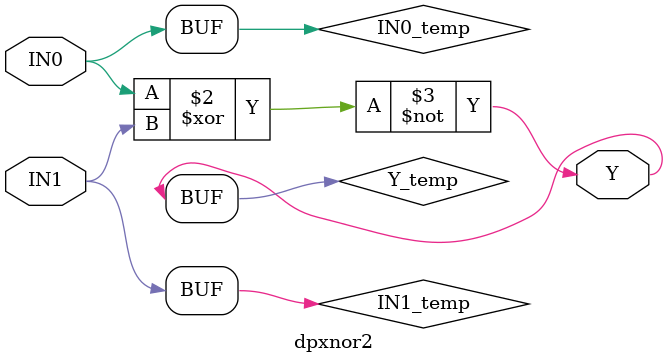
<source format=v>
module dpxnor2(IN0,IN1,Y);
  parameter BIT = 0;
  parameter COLINST = "0";
  parameter GROUP = "dpath1";
  parameter
        d_IN0_r = 0,
        d_IN0_f = 0,
        d_IN1_r = 0,
        d_IN1_f = 0,
        d_Y_r = 1,
        d_Y_f = 1;
  input  IN0;
  input  IN1;
  output  Y;
  wire  IN0_temp;
  wire  IN1_temp;
  reg  Y_temp;
  assign #(d_IN0_r,d_IN0_f) IN0_temp = IN0;
  assign #(d_IN1_r,d_IN1_f) IN1_temp = IN1;
  assign #(d_Y_r,d_Y_f) Y = Y_temp;
  always
    @(IN0_temp or IN1_temp)
      Y_temp = ( ~ (IN0_temp ^ IN1_temp));
endmodule

</source>
